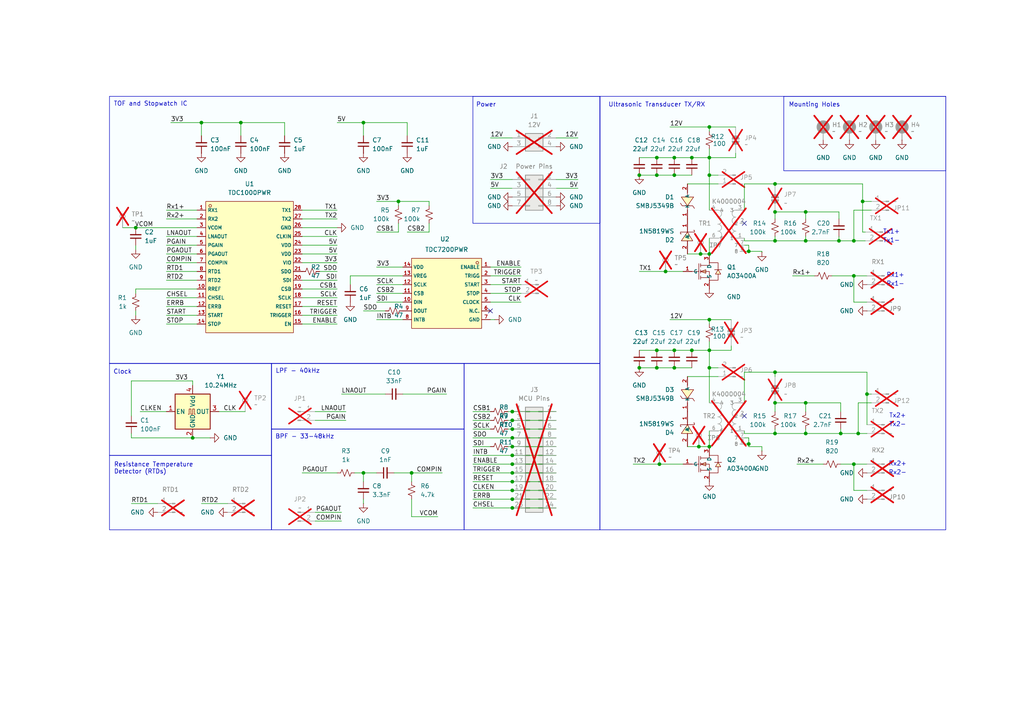
<source format=kicad_sch>
(kicad_sch (version 20250114) (generator "eeschema") (generator_version "9.0")
  (paper "A4")
  (rectangle (start 227.33 27.94) (end 274.32 49.53) (fill (type color) (color 233 251 255 0.27)))
  (rectangle (start 31.75 105.41) (end 78.74 132.08) (fill (type color) (color 233 251 255 0.27)))
  (rectangle (start 137.16 27.94) (end 173.99 64.77) (fill (type color) (color 233 251 255 0.27)))
  (rectangle (start 78.74 105.41) (end 134.62 124.46) (fill (type color) (color 233 251 255 0.27)))
  (rectangle (start 31.75 27.94) (end 173.99 105.41) (fill (type color) (color 233 251 255 0.27)))
  (rectangle (start 78.74 124.46) (end 134.62 153.67) (fill (type color) (color 233 251 255 0.27)))
  (rectangle (start 134.62 105.41) (end 173.99 153.67) (fill (type color) (color 233 251 255 0.27)))
  (rectangle (start 173.99 27.94) (end 274.32 153.67) (fill (type color) (color 233 251 255 0.27)))
  (rectangle (start 31.75 132.08) (end 78.74 153.67) (fill (type color) (color 233 251 255 0.27)))
  (text "Tx1-" (at 258.572 69.85 0) (effects (font (size 1.27 1.27))))
  (text "BPF - 33-48kHz" (at 88.392 126.746 0) (effects (font (size 1.27 1.27) (thickness 0.1588))))
  (text "Clock" (at 35.56 107.95 0) (effects (font (size 1.27 1.27) (thickness 0.1588))))
  (text "Ultrasonic Transducer TX/RX\n" (at 190.5 30.48 0) (effects (font (size 1.27 1.27) (thickness 0.1588))))
  (text "Mounting Holes" (at 236.22 30.48 0) (effects (font (size 1.27 1.27) (thickness 0.1588))))
  (text "Tx1+" (at 258.572 67.31 0) (effects (font (size 1.27 1.27))))
  (text "Rx1-" (at 259.715 82.423 0) (effects (font (size 1.27 1.27))))
  (text "TOF and Stopwatch IC" (at 43.688 30.226 0) (effects (font (size 1.27 1.27))))
  (text "Rx2-" (at 260.35 137.16 0) (effects (font (size 1.27 1.27))))
  (text "Power" (at 140.97 30.48 0) (effects (font (size 1.27 1.27) (thickness 0.1588))))
  (text "Resistance Temperature \nDetector (RTDs)" (at 33.02 135.89 0) (effects (font (size 1.27 1.27) (thickness 0.1588)) (justify left)))
  (text "LPF - 40kHz" (at 86.36 107.696 0) (effects (font (size 1.27 1.27) (thickness 0.1588))))
  (text "Tx2+" (at 260.35 120.65 0) (effects (font (size 1.27 1.27))))
  (text "Rx2+" (at 260.35 134.62 0) (effects (font (size 1.27 1.27))))
  (text "Tx2-" (at 260.35 123.19 0) (effects (font (size 1.27 1.27))))
  (text "Rx1+" (at 259.715 79.883 0) (effects (font (size 1.27 1.27))))
  (junction (at 224.79 53.34))
  (junction (at 105.41 35.56))
  (junction (at 148.59 134.62))
  (junction (at 205.74 129.54))
  (junction (at 247.65 134.62))
  (junction (at 148.59 127))
  (junction (at 148.59 132.08))
  (junction (at 195.58 50.8))
  (junction (at 205.74 36.83))
  (junction (at 193.04 78.74))
  (junction (at 148.59 144.78))
  (junction (at 200.66 45.72))
  (junction (at 224.79 69.85))
  (junction (at 243.84 125.73))
  (junction (at 190.5 101.6))
  (junction (at 148.59 139.7))
  (junction (at 115.57 58.42))
  (junction (at 205.74 50.8))
  (junction (at 148.59 129.54))
  (junction (at 190.5 50.8))
  (junction (at 217.17 128.778))
  (junction (at 243.332 69.85))
  (junction (at 250.19 58.42))
  (junction (at 148.59 119.38))
  (junction (at 105.41 137.16))
  (junction (at 205.74 73.66))
  (junction (at 191.262 134.62))
  (junction (at 119.38 137.16))
  (junction (at 148.59 147.32))
  (junction (at 148.59 121.92))
  (junction (at 202.692 129.54))
  (junction (at 148.59 124.46))
  (junction (at 224.79 116.84))
  (junction (at 190.5 106.68))
  (junction (at 195.58 106.68))
  (junction (at 233.68 61.468))
  (junction (at 205.74 92.71))
  (junction (at 233.68 69.85))
  (junction (at 203.2 73.66))
  (junction (at 195.58 101.6))
  (junction (at 200.66 101.6))
  (junction (at 148.59 142.24))
  (junction (at 247.65 69.85))
  (junction (at 190.5 45.72))
  (junction (at 55.88 127))
  (junction (at 205.74 45.72))
  (junction (at 185.42 106.68))
  (junction (at 195.58 45.72))
  (junction (at 224.79 107.95))
  (junction (at 39.37 66.04))
  (junction (at 251.46 114.3))
  (junction (at 233.68 116.84))
  (junction (at 69.85 35.56))
  (junction (at 58.42 35.56))
  (junction (at 224.79 125.73))
  (junction (at 248.92 125.73))
  (junction (at 217.17 72.898))
  (junction (at 185.42 50.8))
  (junction (at 224.79 61.468))
  (junction (at 205.74 106.68))
  (junction (at 205.74 101.6))
  (junction (at 148.59 137.16))
  (junction (at 247.65 80.01))
  (junction (at 233.68 125.73))
  (no_connect (at 215.9 64.77))
  (no_connect (at 215.9 120.65))
  (no_connect (at 142.24 90.17))
  (wire (pts (xy 48.26 68.58) (xy 57.15 68.58)))
  (wire (pts (xy 91.44 119.38) (xy 100.33 119.38)))
  (wire (pts (xy 69.85 35.56) (xy 69.85 39.37)))
  (wire (pts (xy 87.63 83.82) (xy 97.79 83.82)))
  (wire (pts (xy 191.262 134.62) (xy 198.12 134.62)))
  (wire (pts (xy 48.26 63.5) (xy 57.15 63.5)))
  (wire (pts (xy 69.85 35.56) (xy 82.55 35.56)))
  (wire (pts (xy 142.24 80.01) (xy 151.13 80.01)))
  (wire (pts (xy 148.59 124.46) (xy 161.29 124.46)))
  (wire (pts (xy 87.63 60.96) (xy 97.79 60.96)))
  (wire (pts (xy 190.5 106.68) (xy 195.58 106.68)))
  (wire (pts (xy 229.87 80.01) (xy 236.22 80.01)))
  (wire (pts (xy 92.71 78.74) (xy 97.79 78.74)))
  (wire (pts (xy 203.2 73.66) (xy 205.74 73.66)))
  (wire (pts (xy 205.74 36.83) (xy 205.74 38.1)))
  (wire (pts (xy 185.42 78.74) (xy 193.04 78.74)))
  (wire (pts (xy 205.74 50.8) (xy 208.28 50.8)))
  (wire (pts (xy 148.59 134.62) (xy 161.29 134.62)))
  (wire (pts (xy 247.65 134.62) (xy 247.65 142.24)))
  (wire (pts (xy 116.84 114.3) (xy 129.54 114.3)))
  (wire (pts (xy 224.79 124.46) (xy 224.79 125.73)))
  (wire (pts (xy 39.37 85.09) (xy 39.37 83.82)))
  (wire (pts (xy 87.63 63.5) (xy 97.79 63.5)))
  (wire (pts (xy 99.06 114.3) (xy 111.76 114.3)))
  (wire (pts (xy 215.9 53.34) (xy 215.9 60.96)))
  (wire (pts (xy 115.57 58.42) (xy 115.57 59.69)))
  (wire (pts (xy 217.17 129.54) (xy 217.17 128.778)))
  (wire (pts (xy 248.92 116.84) (xy 252.73 116.84)))
  (wire (pts (xy 215.9 53.34) (xy 224.79 53.34)))
  (wire (pts (xy 148.59 124.46) (xy 147.32 124.46)))
  (wire (pts (xy 148.59 139.7) (xy 161.29 139.7)))
  (wire (pts (xy 205.74 106.68) (xy 208.28 106.68)))
  (wire (pts (xy 151.13 85.09) (xy 142.24 85.09)))
  (wire (pts (xy 195.58 45.72) (xy 200.66 45.72)))
  (wire (pts (xy 251.46 114.3) (xy 251.46 123.19)))
  (wire (pts (xy 142.24 87.63) (xy 151.13 87.63)))
  (wire (pts (xy 39.37 83.82) (xy 57.15 83.82)))
  (wire (pts (xy 205.74 36.83) (xy 213.36 36.83)))
  (wire (pts (xy 105.41 137.16) (xy 109.22 137.16)))
  (wire (pts (xy 102.87 137.16) (xy 105.41 137.16)))
  (wire (pts (xy 243.332 69.85) (xy 247.65 69.85)))
  (wire (pts (xy 194.31 36.83) (xy 205.74 36.83)))
  (wire (pts (xy 205.74 99.06) (xy 205.74 101.6)))
  (wire (pts (xy 148.59 142.24) (xy 161.29 142.24)))
  (wire (pts (xy 118.11 35.56) (xy 118.11 39.37)))
  (wire (pts (xy 39.37 71.12) (xy 39.37 72.39)))
  (wire (pts (xy 243.332 68.58) (xy 243.332 69.85)))
  (wire (pts (xy 38.1 146.05) (xy 45.72 146.05)))
  (wire (pts (xy 243.84 124.46) (xy 243.84 125.73)))
  (wire (pts (xy 87.63 81.28) (xy 97.79 81.28)))
  (wire (pts (xy 105.41 35.56) (xy 105.41 39.37)))
  (wire (pts (xy 247.65 60.96) (xy 247.65 69.85)))
  (wire (pts (xy 39.37 90.17) (xy 39.37 91.44)))
  (wire (pts (xy 58.42 35.56) (xy 58.42 39.37)))
  (wire (pts (xy 247.65 80.01) (xy 251.46 80.01)))
  (wire (pts (xy 161.29 52.07) (xy 167.64 52.07)))
  (wire (pts (xy 101.6 80.01) (xy 116.84 80.01)))
  (wire (pts (xy 190.5 50.8) (xy 195.58 50.8)))
  (wire (pts (xy 148.59 119.38) (xy 147.32 119.38)))
  (wire (pts (xy 190.5 101.6) (xy 195.58 101.6)))
  (wire (pts (xy 148.59 147.32) (xy 161.29 147.32)))
  (wire (pts (xy 151.13 82.55) (xy 142.24 82.55)))
  (wire (pts (xy 224.79 61.468) (xy 233.68 61.468)))
  (wire (pts (xy 115.57 67.31) (xy 115.57 64.77)))
  (wire (pts (xy 127 149.86) (xy 119.38 149.86)))
  (wire (pts (xy 183.642 134.62) (xy 191.262 134.62)))
  (wire (pts (xy 243.84 125.73) (xy 248.92 125.73)))
  (wire (pts (xy 48.26 60.96) (xy 57.15 60.96)))
  (wire (pts (xy 87.63 93.98) (xy 97.79 93.98)))
  (wire (pts (xy 58.42 35.56) (xy 69.85 35.56)))
  (wire (pts (xy 193.04 78.74) (xy 198.12 78.74)))
  (wire (pts (xy 87.63 71.12) (xy 97.79 71.12)))
  (wire (pts (xy 205.74 69.088) (xy 205.74 73.66)))
  (wire (pts (xy 38.1 110.49) (xy 55.88 110.49)))
  (wire (pts (xy 109.22 92.71) (xy 116.84 92.71)))
  (wire (pts (xy 137.16 132.08) (xy 148.59 132.08)))
  (wire (pts (xy 233.68 124.46) (xy 233.68 125.73)))
  (wire (pts (xy 233.68 61.468) (xy 243.332 61.468)))
  (wire (pts (xy 119.38 149.86) (xy 119.38 144.78)))
  (wire (pts (xy 224.79 107.95) (xy 251.46 107.95)))
  (wire (pts (xy 38.1 127) (xy 55.88 127)))
  (wire (pts (xy 137.16 127) (xy 148.59 127)))
  (wire (pts (xy 116.84 77.47) (xy 109.22 77.47)))
  (wire (pts (xy 91.44 148.59) (xy 99.06 148.59)))
  (wire (pts (xy 247.65 142.24) (xy 251.46 142.24)))
  (wire (pts (xy 143.51 92.71) (xy 142.24 92.71)))
  (wire (pts (xy 233.68 116.84) (xy 243.84 116.84)))
  (wire (pts (xy 148.59 144.78) (xy 161.29 144.78)))
  (wire (pts (xy 224.79 68.58) (xy 224.79 69.85)))
  (wire (pts (xy 202.692 129.54) (xy 205.74 129.54)))
  (wire (pts (xy 48.26 73.66) (xy 57.15 73.66)))
  (wire (pts (xy 250.19 67.31) (xy 250.952 67.31)))
  (wire (pts (xy 137.16 129.54) (xy 142.24 129.54)))
  (wire (pts (xy 137.16 147.32) (xy 148.59 147.32)))
  (wire (pts (xy 114.3 137.16) (xy 119.38 137.16)))
  (wire (pts (xy 213.36 45.72) (xy 205.74 45.72)))
  (wire (pts (xy 137.16 142.24) (xy 148.59 142.24)))
  (wire (pts (xy 39.37 66.04) (xy 57.15 66.04)))
  (wire (pts (xy 199.39 109.22) (xy 208.28 109.22)))
  (wire (pts (xy 119.38 137.16) (xy 119.38 139.7)))
  (wire (pts (xy 247.65 80.01) (xy 247.65 87.63)))
  (wire (pts (xy 194.31 92.71) (xy 205.74 92.71)))
  (wire (pts (xy 215.9 69.85) (xy 224.79 69.85)))
  (wire (pts (xy 185.42 45.72) (xy 190.5 45.72)))
  (wire (pts (xy 215.9 69.85) (xy 215.9 69.088)))
  (wire (pts (xy 40.64 119.38) (xy 48.26 119.38)))
  (wire (pts (xy 55.88 110.49) (xy 55.88 111.76)))
  (wire (pts (xy 48.26 93.98) (xy 57.15 93.98)))
  (wire (pts (xy 49.53 35.56) (xy 58.42 35.56)))
  (wire (pts (xy 87.63 68.58) (xy 97.79 68.58)))
  (wire (pts (xy 220.98 73.152) (xy 220.98 72.898)))
  (wire (pts (xy 87.63 73.66) (xy 97.79 73.66)))
  (wire (pts (xy 91.44 151.13) (xy 99.06 151.13)))
  (wire (pts (xy 148.59 127) (xy 161.29 127)))
  (wire (pts (xy 161.29 40.005) (xy 167.64 40.005)))
  (wire (pts (xy 231.14 134.62) (xy 238.76 134.62)))
  (wire (pts (xy 199.39 129.54) (xy 202.692 129.54)))
  (wire (pts (xy 212.09 101.6) (xy 205.74 101.6)))
  (wire (pts (xy 224.79 69.85) (xy 233.68 69.85)))
  (wire (pts (xy 247.65 69.85) (xy 250.952 69.85)))
  (wire (pts (xy 233.68 69.85) (xy 243.332 69.85)))
  (wire (pts (xy 87.63 91.44) (xy 97.79 91.44)))
  (wire (pts (xy 205.74 92.71) (xy 205.74 93.98)))
  (wire (pts (xy 205.74 50.8) (xy 205.74 60.96)))
  (wire (pts (xy 48.26 71.12) (xy 57.15 71.12)))
  (wire (pts (xy 217.17 71.12) (xy 215.9 71.12)))
  (wire (pts (xy 105.41 90.17) (xy 111.76 90.17)))
  (wire (pts (xy 109.22 82.55) (xy 116.84 82.55)))
  (wire (pts (xy 199.39 73.66) (xy 203.2 73.66)))
  (wire (pts (xy 109.22 85.09) (xy 116.84 85.09)))
  (wire (pts (xy 241.3 80.01) (xy 247.65 80.01)))
  (wire (pts (xy 199.39 53.34) (xy 208.28 53.34)))
  (wire (pts (xy 213.36 44.45) (xy 213.36 45.72)))
  (wire (pts (xy 142.24 77.47) (xy 151.13 77.47)))
  (wire (pts (xy 248.92 116.84) (xy 248.92 125.73)))
  (wire (pts (xy 205.74 106.68) (xy 205.74 116.84)))
  (wire (pts (xy 195.58 50.8) (xy 200.66 50.8)))
  (wire (pts (xy 195.58 101.6) (xy 200.66 101.6)))
  (wire (pts (xy 124.46 58.42) (xy 124.46 59.69)))
  (wire (pts (xy 148.59 40.005) (xy 142.24 40.005)))
  (wire (pts (xy 148.59 119.38) (xy 161.29 119.38)))
  (wire (pts (xy 148.59 121.92) (xy 147.32 121.92)))
  (wire (pts (xy 101.6 80.01) (xy 101.6 82.55)))
  (wire (pts (xy 185.42 106.68) (xy 190.5 106.68)))
  (wire (pts (xy 224.79 125.73) (xy 233.68 125.73)))
  (wire (pts (xy 105.41 35.56) (xy 118.11 35.56)))
  (wire (pts (xy 137.16 137.16) (xy 148.59 137.16)))
  (wire (pts (xy 215.9 107.95) (xy 215.9 116.84)))
  (wire (pts (xy 220.98 72.898) (xy 217.17 72.898)))
  (wire (pts (xy 233.68 61.468) (xy 233.68 63.5)))
  (wire (pts (xy 233.68 116.84) (xy 233.68 119.38)))
  (wire (pts (xy 147.32 129.54) (xy 148.59 129.54)))
  (wire (pts (xy 217.17 72.898) (xy 215.9 72.898)))
  (wire (pts (xy 224.79 63.5) (xy 224.79 61.468)))
  (wire (pts (xy 205.74 92.71) (xy 212.09 92.71)))
  (wire (pts (xy 105.41 144.78) (xy 105.41 146.05)))
  (wire (pts (xy 215.9 125.73) (xy 224.79 125.73)))
  (wire (pts (xy 224.79 116.84) (xy 224.79 119.38)))
  (wire (pts (xy 200.66 101.6) (xy 205.74 101.6)))
  (wire (pts (xy 220.98 129.54) (xy 217.17 129.54)))
  (wire (pts (xy 38.1 120.65) (xy 38.1 110.49)))
  (wire (pts (xy 87.63 86.36) (xy 97.79 86.36)))
  (wire (pts (xy 215.9 125.73) (xy 215.9 124.968)))
  (wire (pts (xy 243.332 61.468) (xy 243.332 63.5)))
  (wire (pts (xy 91.44 121.92) (xy 100.33 121.92)))
  (wire (pts (xy 215.9 107.95) (xy 224.79 107.95)))
  (wire (pts (xy 38.1 125.73) (xy 38.1 127)))
  (wire (pts (xy 115.57 58.42) (xy 124.46 58.42)))
  (wire (pts (xy 185.42 101.6) (xy 190.5 101.6)))
  (wire (pts (xy 205.74 101.6) (xy 205.74 106.68)))
  (wire (pts (xy 212.09 100.33) (xy 212.09 101.6)))
  (wire (pts (xy 148.59 132.08) (xy 161.29 132.08)))
  (wire (pts (xy 87.63 137.16) (xy 97.79 137.16)))
  (wire (pts (xy 48.26 81.28) (xy 57.15 81.28)))
  (wire (pts (xy 251.46 87.63) (xy 247.65 87.63)))
  (wire (pts (xy 217.17 71.12) (xy 217.17 72.898)))
  (wire (pts (xy 217.17 128.778) (xy 215.9 128.778)))
  (wire (pts (xy 185.42 50.8) (xy 190.5 50.8)))
  (wire (pts (xy 48.26 91.44) (xy 57.15 91.44)))
  (wire (pts (xy 48.26 76.2) (xy 57.15 76.2)))
  (wire (pts (xy 97.79 66.04) (xy 87.63 66.04)))
  (wire (pts (xy 248.92 125.73) (xy 251.46 125.73)))
  (wire (pts (xy 224.79 107.95) (xy 224.79 109.22)))
  (wire (pts (xy 48.26 88.9) (xy 57.15 88.9)))
  (wire (pts (xy 109.22 87.63) (xy 116.84 87.63)))
  (wire (pts (xy 243.84 134.62) (xy 247.65 134.62)))
  (wire (pts (xy 251.46 114.3) (xy 252.73 114.3)))
  (wire (pts (xy 124.46 67.31) (xy 124.46 64.77)))
  (wire (pts (xy 48.26 78.74) (xy 57.15 78.74)))
  (wire (pts (xy 142.24 54.61) (xy 148.59 54.61)))
  (wire (pts (xy 97.79 35.56) (xy 105.41 35.56)))
  (wire (pts (xy 251.46 107.95) (xy 251.46 114.3)))
  (wire (pts (xy 220.98 130.81) (xy 220.98 129.54)))
  (wire (pts (xy 109.22 67.31) (xy 115.57 67.31)))
  (wire (pts (xy 250.19 53.34) (xy 250.19 58.42)))
  (wire (pts (xy 148.59 137.16) (xy 161.29 137.16)))
  (wire (pts (xy 205.74 43.18) (xy 205.74 45.72)))
  (wire (pts (xy 63.5 119.38) (xy 71.12 119.38)))
  (wire (pts (xy 217.17 127) (xy 215.9 127)))
  (wire (pts (xy 161.29 54.61) (xy 167.64 54.61)))
  (wire (pts (xy 252.73 60.96) (xy 247.65 60.96)))
  (wire (pts (xy 58.42 146.05) (xy 66.04 146.05)))
  (wire (pts (xy 233.68 68.58) (xy 233.68 69.85)))
  (wire (pts (xy 195.58 106.68) (xy 200.66 106.68)))
  (wire (pts (xy 35.56 66.04) (xy 39.37 66.04)))
  (wire (pts (xy 60.96 127) (xy 55.88 127)))
  (wire (pts (xy 190.5 45.72) (xy 195.58 45.72)))
  (wire (pts (xy 137.16 134.62) (xy 148.59 134.62)))
  (wire (pts (xy 224.79 53.848) (xy 224.79 53.34)))
  (wire (pts (xy 224.79 53.34) (xy 250.19 53.34)))
  (wire (pts (xy 137.16 121.92) (xy 142.24 121.92)))
  (wire (pts (xy 142.24 52.07) (xy 148.59 52.07)))
  (wire (pts (xy 250.19 58.42) (xy 252.73 58.42)))
  (wire (pts (xy 137.16 139.7) (xy 148.59 139.7)))
  (wire (pts (xy 105.41 137.16) (xy 105.41 139.7)))
  (wire (pts (xy 243.84 116.84) (xy 243.84 119.38)))
  (wire (pts (xy 148.59 121.92) (xy 161.29 121.92)))
  (wire (pts (xy 109.22 58.42) (xy 115.57 58.42)))
  (wire (pts (xy 137.16 119.38) (xy 142.24 119.38)))
  (wire (pts (xy 233.68 125.73) (xy 243.84 125.73)))
  (wire (pts (xy 224.79 116.84) (xy 233.68 116.84)))
  (wire (pts (xy 247.65 134.62) (xy 251.46 134.62)))
  (wire (pts (xy 200.66 45.72) (xy 205.74 45.72)))
  (wire (pts (xy 148.59 129.54) (xy 161.29 129.54)))
  (wire (pts (xy 119.38 137.16) (xy 128.27 137.16)))
  (wire (pts (xy 82.55 35.56) (xy 82.55 39.37)))
  (wire (pts (xy 137.16 124.46) (xy 142.24 124.46)))
  (wire (pts (xy 48.26 86.36) (xy 57.15 86.36)))
  (wire (pts (xy 205.74 124.968) (xy 205.74 129.54)))
  (wire (pts (xy 205.74 45.72) (xy 205.74 50.8)))
  (wire (pts (xy 217.17 127) (xy 217.17 128.778)))
  (wire (pts (xy 87.63 88.9) (xy 97.79 88.9)))
  (wire (pts (xy 250.19 58.42) (xy 250.19 67.31)))
  (wire (pts (xy 118.11 67.31) (xy 124.46 67.31)))
  (wire (pts (xy 87.63 76.2) (xy 97.79 76.2)))
  (wire (pts (xy 137.16 144.78) (xy 148.59 144.78)))
  (label "PGAOUT" (at 87.63 137.16 0))
  (label "LNAOUT" (at 99.06 114.3 0))
  (label "TX1" (at 185.42 78.74 0))
  (label "STOP" (at 151.13 85.09 180))
  (label "RTD2" (at 58.42 146.05 0))
  (label "5V" (at 167.64 54.61 180))
  (label "START" (at 48.26 91.44 0))
  (label "START" (at 151.13 82.55 180))
  (label "SCLK" (at 97.79 86.36 180))
  (label "SDO" (at 97.79 78.74 180))
  (label "TX2" (at 183.642 134.62 0))
  (label "5V" (at 97.79 73.66 180))
  (label "CLK" (at 151.13 87.63 180))
  (label "SDO" (at 105.41 90.17 0))
  (label "SDI" (at 109.22 87.63 0))
  (label "RTD1" (at 38.1 146.05 0))
  (label "5V" (at 97.79 71.12 180))
  (label "CLKEN" (at 40.64 119.38 0))
  (label "TRIGGER" (at 151.13 80.01 180))
  (label "TX2" (at 97.79 63.5 180))
  (label "RTD2" (at 48.26 81.28 0))
  (label "3V3" (at 49.53 35.56 0))
  (label "SCLK" (at 109.22 82.55 0))
  (label "12V" (at 194.31 36.83 0))
  (label "ENABLE" (at 151.13 77.47 180))
  (label "TRIGGER" (at 137.16 137.16 0))
  (label "3V3" (at 109.22 58.42 0))
  (label "INTB" (at 137.16 132.08 0))
  (label "SDI" (at 137.16 129.54 0))
  (label "RESET" (at 137.16 139.7 0))
  (label "Rx2+" (at 231.14 134.62 0))
  (label "PGAIN" (at 100.33 121.92 180))
  (label "CSB2" (at 118.11 67.31 0))
  (label "TX1" (at 97.79 60.96 180))
  (label "VCOM" (at 127 149.86 180))
  (label "CLK" (at 68.58 119.38 180))
  (label "12V" (at 194.31 92.71 0))
  (label "3V3" (at 97.79 76.2 180))
  (label "PGAIN" (at 48.26 71.12 0))
  (label "CLKEN" (at 137.16 142.24 0))
  (label "VCOM" (at 44.45 66.04 180))
  (label "3V3" (at 50.8 110.49 0))
  (label "12V" (at 167.64 40.005 180))
  (label "SDI" (at 97.79 81.28 180))
  (label "ENABLE" (at 137.16 134.62 0))
  (label "3V3" (at 142.24 52.07 0))
  (label "PGAOUT" (at 99.06 148.59 180))
  (label "5V" (at 142.24 54.61 0))
  (label "CHSEL" (at 48.26 86.36 0))
  (label "RTD1" (at 48.26 78.74 0))
  (label "CSB1" (at 137.16 119.38 0))
  (label "INTB" (at 109.22 92.71 0))
  (label "ERRB" (at 48.26 88.9 0))
  (label "SDO" (at 137.16 127 0))
  (label "CSB1" (at 97.79 83.82 180))
  (label "TRIGGER" (at 97.79 91.44 180))
  (label "CSB2" (at 137.16 121.92 0))
  (label "CHSEL" (at 137.16 147.32 0))
  (label "STOP" (at 48.26 93.98 0))
  (label "Rx1+" (at 229.87 80.01 0))
  (label "CSB2" (at 109.22 85.09 0))
  (label "LNAOUT" (at 48.26 68.58 0))
  (label "CLK" (at 97.79 68.58 180))
  (label "SCLK" (at 137.16 124.46 0))
  (label "5V" (at 97.79 35.56 0))
  (label "3V3" (at 109.22 77.47 0))
  (label "Rx1+" (at 48.26 60.96 0))
  (label "LNAOUT" (at 100.33 119.38 180))
  (label "ENABLE" (at 97.79 93.98 180))
  (label "COMPIN" (at 48.26 76.2 0))
  (label "COMPIN" (at 99.06 151.13 180))
  (label "PGAOUT" (at 48.26 73.66 0))
  (label "COMPIN" (at 128.27 137.16 180))
  (label "RESET" (at 97.79 88.9 180))
  (label "3V3" (at 167.64 52.07 180))
  (label "PGAIN" (at 129.54 114.3 180))
  (label "Rx2+" (at 48.26 63.5 0))
  (label "12V" (at 142.24 40.005 0))
  (label "ERRB" (at 137.16 144.78 0))
  (label "CSB1" (at 109.22 67.31 0))
  (symbol (lib_name "K4000004_1") (lib_id "TDC7200 Ultrasonic TOF Module:K4000004") (at 210.82 121.92 0) (unit 1) (in_bom no) (dnp yes)
    (property "Reference" "TR2" (at 205.74 120.65 0))
    (property "Value" "K4000004" (at 211.4014 114.3 0))
    (property "Footprint" "TDC7200 Ultrasonic TOF Module:XFMR-TH_L7.9-W7.9-P4.50_K4000004" (effects (hide yes)))
    (property "Datasheet" "http://www.prowave.com.tw/english/products/sr/transf.htm" (effects (hide yes)))
    (property "LCSC" "C9900014883" (effects (hide yes)))
  )
  (symbol (lib_id "power:GND") (at 82.55 44.45 0) (mirror y) (unit 1)
    (property "Reference" "#PWR08" (effects (hide yes)))
    (property "Value" "GND" (at 82.55 49.53 0))
    (property "Description" "Power symbol creates a global label with name \"GND\" , ground" (effects (hide yes)))
  )
  (symbol (lib_id "Device:R_Small_US") (at 119.38 142.24 0) (unit 1)
    (property "Reference" "R6" (at 121.92 140.9699 0) (effects (justify left)))
    (property "Value" "4.7k" (at 121.92 143.5099 0) (effects (justify left)))
    (property "Footprint" "Resistor_SMD:R_0603_1608Metric" (effects (hide yes)))
    (property "Description" "Resistor, small US symbol" (effects (hide yes)))
    (property "LCSC" "C23162" (effects (hide yes)))
  )
  (symbol (lib_id "Device:R_Small_US") (at 233.68 66.04 0) (mirror x) (unit 1)
    (property "Reference" "R16" (at 231.14 64.7699 0) (effects (justify right)))
    (property "Value" "100k" (at 231.14 67.3099 0) (effects (justify right)))
    (property "Footprint" "Resistor_SMD:R_1206_3216Metric" (effects (hide yes)))
    (property "Description" "Resistor, small US symbol" (effects (hide yes)))
    (property "LCSC" "C17900" (effects (hide yes)))
  )
  (symbol (lib_id "power:GND") (at 220.98 73.152 0) (unit 1)
    (property "Reference" "#PWR025" (effects (hide yes)))
    (property "Value" "GND" (at 220.98 78.232 0))
    (property "Description" "Power symbol creates a global label with name \"GND\" , ground" (effects (hide yes)))
  )
  (symbol (lib_id "Device:C_Small") (at 118.11 41.91 180) (unit 1)
    (property "Reference" "C11" (at 120.65 40.6335 0) (effects (justify right)))
    (property "Value" "1uF" (at 120.65 43.1735 0) (effects (justify right)))
    (property "Footprint" "Capacitor_SMD:C_0603_1608Metric" (effects (hide yes)))
    (property "Description" "Unpolarized capacitor, small symbol" (effects (hide yes)))
    (property "LCSC" "C15849" (effects (hide yes)))
  )
  (symbol (lib_id "Device:C_Small") (at 105.41 41.91 180) (unit 1)
    (property "Reference" "C7" (at 107.95 40.6335 0) (effects (justify right)))
    (property "Value" "100nF" (at 107.95 43.1735 0) (effects (justify right)))
    (property "Footprint" "Capacitor_SMD:C_0603_1608Metric" (effects (hide yes)))
    (property "Description" "Unpolarized capacitor, small symbol" (effects (hide yes)))
    (property "LCSC" "C14663" (effects (hide yes)))
  )
  (symbol (lib_id "power:GND") (at 39.37 91.44 0) (mirror y) (unit 1)
    (property "Reference" "#PWR02" (effects (hide yes)))
    (property "Value" "GND" (at 39.37 96.52 0))
    (property "Description" "Power symbol creates a global label with name \"GND\" , ground" (effects (hide yes)))
  )
  (symbol (lib_id "Device:R_Small_US") (at 115.57 62.23 0) (mirror x) (unit 1)
    (property "Reference" "R5" (at 113.03 60.9599 0) (effects (justify right)))
    (property "Value" "100k" (at 113.03 63.4999 0) (effects (justify right)))
    (property "Footprint" "Resistor_SMD:R_1206_3216Metric" (effects (hide yes)))
    (property "Description" "Resistor, small US symbol" (effects (hide yes)))
    (property "LCSC" "C17900" (effects (hide yes)))
  )
  (symbol (lib_id "TDC7200 Ultrasonic TOF Module:SMBJ5349B_C19077495") (at 199.39 114.3 270) (mirror x) (unit 1)
    (property "Reference" "D3" (at 195.58 113.0299 90) (effects (justify right)))
    (property "Value" "SMBJ5349B" (at 195.58 115.5699 90) (effects (justify right)))
    (property "Footprint" "TDC7200 Ultrasonic TOF Module:SMB_L4.6-W3.6-LS5.4-RD" (effects (hide yes)))
    (property "Datasheet" "https://atta.szlcsc.com/upload/public/pdf/source/20181204/C337521_8C187310035FD4D0DBA47B7414D3C1FE.pdf" (effects (hide yes)))
    (property "LCSC" "C19077495" (effects (hide yes)))
  )
  (symbol (lib_id "Device:C_Small") (at 185.42 48.26 0) (mirror x) (unit 1)
    (property "Reference" "C12" (at 187.96 40.64 0) (effects (justify right)))
    (property "Value" "22uf" (at 187.96 43.18 0) (effects (justify right)))
    (property "Footprint" "Capacitor_SMD:C_0805_2012Metric" (effects (hide yes)))
    (property "Description" "Unpolarized capacitor, small symbol" (effects (hide yes)))
    (property "LCSC" "C45783" (effects (hide yes)))
  )
  (symbol (lib_id "Connector:Conn_01x02_Pin") (at 256.54 123.19 0) (mirror y) (unit 1) (in_bom no) (dnp yes)
    (property "Reference" "TX2" (at 252.73 119.126 0) (effects (justify right)))
    (property "Value" "~" (at 257.81 125.7299 0) (effects (justify right)))
    (property "Footprint" "Connector_PinHeader_2.54mm:PinHeader_1x02_P2.54mm_Vertical" (effects (hide yes)))
    (property "Description" "Generic connector, single row, 01x02, script generated" (effects (hide yes)))
  )
  (symbol (lib_id "TDC7200 Ultrasonic TOF Module:AO3400A") (at 203.2 78.74 0) (unit 1)
    (property "Reference" "Q1" (at 210.82 77.4699 0) (effects (justify left)))
    (property "Value" "AO3400A" (at 210.82 80.0099 0) (effects (justify left)))
    (property "Footprint" "TDC7200 Ultrasonic TOF Module:SOT-23-3_L3.0-W1.7-P0.95-LS2.9-BR" (effects (hide yes)))
    (property "Datasheet" "https://www.diodes.com/assets/Package-Files/SOT23.pdf" (effects (hide yes)))
    (property "LCSC" "C20917" (effects (hide yes)))
  )
  (symbol (lib_id "power:GND") (at 39.37 72.39 0) (mirror y) (unit 1)
    (property "Reference" "#PWR01" (effects (hide yes)))
    (property "Value" "GND" (at 39.37 77.47 0))
    (property "Description" "Power symbol creates a global label with name \"GND\" , ground" (effects (hide yes)))
  )
  (symbol (lib_id "Device:R_Small_US") (at 39.37 87.63 0) (mirror x) (unit 1)
    (property "Reference" "R1" (at 36.83 86.3599 0) (effects (justify right)))
    (property "Value" "1k" (at 36.83 88.8999 0) (effects (justify right)))
    (property "Footprint" "Resistor_SMD:R_0603_1608Metric" (effects (hide yes)))
    (property "Description" "Resistor, small US symbol" (effects (hide yes)))
    (property "LCSC" "C21190" (effects (hide yes)))
  )
  (symbol (lib_id "power:GND") (at 66.04 148.59 270) (mirror x) (unit 1)
    (property "Reference" "#PWR06" (effects (hide yes)))
    (property "Value" "GND" (at 62.23 148.5899 90) (effects (justify right)))
    (property "Description" "Power symbol creates a global label with name \"GND\" , ground" (effects (hide yes)))
  )
  (symbol (lib_id "power:GND") (at 105.41 146.05 0) (mirror y) (unit 1)
    (property "Reference" "#PWR012" (effects (hide yes)))
    (property "Value" "GND" (at 105.41 151.13 0))
    (property "Description" "Power symbol creates a global label with name \"GND\" , ground" (effects (hide yes)))
  )
  (symbol (lib_id "power:GND") (at 251.46 137.16 270) (mirror x) (unit 1)
    (property "Reference" "#PWR031" (effects (hide yes)))
    (property "Value" "GND" (at 247.65 137.1599 90) (effects (justify right)))
    (property "Description" "Power symbol creates a global label with name \"GND\" , ground" (effects (hide yes)))
  )
  (symbol (lib_id "Connector:TestPoint") (at 35.56 66.04 0) (unit 1) (in_bom no) (dnp yes)
    (property "Reference" "TP1" (at 38.1 62.1029 0) (effects (justify left)))
    (property "Value" "~" (at 38.1 64.008 0) (effects (justify left)))
    (property "Footprint" "Connector_PinHeader_2.54mm:PinHeader_1x01_P2.54mm_Vertical" (effects (hide yes)))
    (property "Description" "test point" (effects (hide yes)))
  )
  (symbol (lib_id "TDC7200 Ultrasonic TOF Module:TDC7200PWR") (at 129.54 85.09 0) (mirror y) (unit 1)
    (property "Reference" "U2" (at 129.032 69.342 0))
    (property "Value" "TDC7200PWR" (at 129.54 72.39 0))
    (property "Footprint" "TDC7200 Ultrasonic TOF Module:TSSOP-14_L5.0-W4.4-P0.65-LS6.4-BL" (effects (hide yes)))
    (property "Datasheet" "https://www.ti.com/lit/ds/symlink/tdc7200.pdf?ts=1745479372255&ref_url=https%253A%252F%252Fwww.google.com%252F" (effects (hide yes)))
    (property "LCSC" "C2653139" (effects (hide yes)))
  )
  (symbol (lib_id "Jumper:SolderJumper_2_Open") (at 224.79 113.03 90) (unit 1) (in_bom no) (dnp yes)
    (property "Reference" "JP8" (at 227.33 111.7599 90) (effects (justify right)))
    (property "Value" "~" (at 227.33 114.2999 90) (effects (justify right)))
    (property "Footprint" "Jumper:SolderJumper-2_P1.3mm_Open_RoundedPad1.0x1.5mm" (effects (hide yes)))
    (property "Description" "Solder Jumper, 2-pole, open" (effects (hide yes)))
  )
  (symbol (lib_id "power:GND") (at 205.74 83.82 0) (unit 1)
    (property "Reference" "#PWR023" (effects (hide yes)))
    (property "Value" "GND" (at 212.852 86.106 0))
    (property "Description" "Power symbol creates a global label with name \"GND\" , ground" (effects (hide yes)))
  )
  (symbol (lib_id "Connector:TestPoint") (at 191.262 134.62 0) (unit 1) (in_bom no) (dnp yes)
    (property "Reference" "TP4" (at 193.802 130.6829 0) (effects (justify left)))
    (property "Value" "~" (at 193.802 132.588 0) (effects (justify left)))
    (property "Footprint" "Connector_PinHeader_2.54mm:PinHeader_1x01_P2.54mm_Vertical" (effects (hide yes)))
    (property "Description" "test point" (effects (hide yes)))
  )
  (symbol (lib_id "power:GND") (at 148.59 59.69 270) (mirror x) (unit 1)
    (property "Reference" "#PWR017" (effects (hide yes)))
    (property "Value" "GND" (at 145.415 59.6899 90) (effects (justify right)))
    (property "Description" "Power symbol creates a global label with name \"GND\" , ground" (effects (hide yes)))
  )
  (symbol (lib_id "TDC7200 Ultrasonic TOF Module:TDC1000PWR") (at 72.39 77.47 0) (unit 1)
    (property "Reference" "U1" (at 72.39 53.34 0))
    (property "Value" "TDC1000PWR" (at 72.39 55.88 0))
    (property "Footprint" "TDC7200 Ultrasonic TOF Module:TSSOP-28_L9.8-W6.6-P0.65-BL" (effects (hide yes)))
    (property "Datasheet" "https://www.ti.com/lit/ds/symlink/tdc1000.pdf?ts=1745480702116&ref_url=https%253A%252F%252Fwww.ti.com%252Fproduct%252FTDC1000" (effects (hide yes)))
    (property "LCSC" "C2653154" (effects (hide yes)))
  )
  (symbol (lib_id "Connector:Conn_01x02_Pin") (at 50.8 146.05 0) (mirror y) (unit 1) (in_bom no) (dnp yes)
    (property "Reference" "RTD1" (at 46.99 141.986 0) (effects (justify right)))
    (property "Value" "~" (at 52.07 148.5899 0) (effects (justify right)))
    (property "Footprint" "Connector_PinHeader_2.54mm:PinHeader_1x02_P2.54mm_Vertical" (effects (hide yes)))
    (property "Description" "Generic connector, single row, 01x02, script generated" (effects (hide yes)))
  )
  (symbol (lib_id "power:GND") (at 148.59 42.545 270) (mirror x) (unit 1)
    (property "Reference" "#PWR015" (effects (hide yes)))
    (property "Value" "GND" (at 145.415 42.5449 90) (effects (justify right)))
    (property "Description" "Power symbol creates a global label with name \"GND\" , ground" (effects (hide yes)))
  )
  (symbol (lib_id "Connector:Conn_01x02_Pin") (at 71.12 146.05 0) (mirror y) (unit 1) (in_bom no) (dnp yes)
    (property "Reference" "RTD2" (at 67.31 141.986 0) (effects (justify right)))
    (property "Value" "~" (at 72.39 148.5899 0) (effects (justify right)))
    (property "Footprint" "Connector_PinHeader_2.54mm:PinHeader_1x02_P2.54mm_Vertical" (effects (hide yes)))
    (property "Description" "Generic connector, single row, 01x02, script generated" (effects (hide yes)))
  )
  (symbol (lib_id "power:GND") (at 185.42 50.8 0) (unit 1)
    (property "Reference" "#PWR021" (effects (hide yes)))
    (property "Value" "GND" (at 185.42 55.88 0))
    (property "Description" "Power symbol creates a global label with name \"GND\" , ground" (effects (hide yes)))
  )
  (symbol (lib_id "Device:C_Small") (at 38.1 123.19 180) (unit 1)
    (property "Reference" "C1" (at 40.64 121.9135 0) (effects (justify right)))
    (property "Value" "100nF" (at 40.64 124.4535 0) (effects (justify right)))
    (property "Footprint" "Capacitor_SMD:C_0603_1608Metric" (effects (hide yes)))
    (property "Description" "Unpolarized capacitor, small symbol" (effects (hide yes)))
    (property "LCSC" "C14663" (effects (hide yes)))
  )
  (symbol (lib_id "Device:C_Small") (at 82.55 41.91 180) (unit 1)
    (property "Reference" "C5" (at 85.09 40.6335 0) (effects (justify right)))
    (property "Value" "1uF" (at 85.09 43.1735 0) (effects (justify right)))
    (property "Footprint" "Capacitor_SMD:C_0603_1608Metric" (effects (hide yes)))
    (property "Description" "Unpolarized capacitor, small symbol" (effects (hide yes)))
    (property "LCSC" "C15849" (effects (hide yes)))
  )
  (symbol (lib_id "TDC7200 Ultrasonic TOF Module:AO3400A") (at 203.2 134.62 0) (unit 1)
    (property "Reference" "Q2" (at 210.82 133.3499 0) (effects (justify left)))
    (property "Value" "AO3400A" (at 210.82 135.8899 0) (effects (justify left)))
    (property "Footprint" "TDC7200 Ultrasonic TOF Module:SOT-23-3_L3.0-W1.7-P0.95-LS2.9-BR" (effects (hide yes)))
    (property "Datasheet" "https://www.diodes.com/assets/Package-Files/SOT23.pdf" (effects (hide yes)))
    (property "LCSC" "C20917" (effects (hide yes)))
  )
  (symbol (lib_id "Device:R_Small_US") (at 144.78 121.92 90) (unit 1)
    (property "Reference" "R9" (at 144.78 120.65 90) (effects (justify right)))
    (property "Value" "47" (at 144.78 123.19 90) (effects (justify right)))
    (property "Footprint" "Resistor_SMD:R_0603_1608Metric" (effects (hide yes)))
    (property "Description" "Resistor, small US symbol" (effects (hide yes)))
    (property "LCSC" "C23182" (effects (hide yes)))
  )
  (symbol (lib_id "power:GND") (at 101.6 87.63 0) (mirror y) (unit 1)
    (property "Reference" "#PWR010" (effects (hide yes)))
    (property "Value" "GND" (at 101.6 92.71 0))
    (property "Description" "Power symbol creates a global label with name \"GND\" , ground" (effects (hide yes)))
  )
  (symbol (lib_id "Device:C_Small") (at 58.42 41.91 180) (unit 1)
    (property "Reference" "C3" (at 60.96 40.6335 0) (effects (justify right)))
    (property "Value" "100nF" (at 60.96 43.1735 0) (effects (justify right)))
    (property "Footprint" "Capacitor_SMD:C_0603_1608Metric" (effects (hide yes)))
    (property "Description" "Unpolarized capacitor, small symbol" (effects (hide yes)))
    (property "LCSC" "C14663" (effects (hide yes)))
  )
  (symbol (lib_id "Mechanical:MountingHole_Pad") (at 254 38.1 0) (unit 1) (in_bom no) (dnp yes)
    (property "Reference" "H3" (at 256.54 36.1949 0) (effects (justify left)))
    (property "Value" "~" (at 256.54 38.1 0) (effects (justify left)))
    (property "Footprint" "TDC7200 Ultrasonic TOF Module:MountingHole_3.2mm_M3_Pad_TopBottom" (effects (hide yes)))
    (property "Description" "Mounting Hole with connection" (effects (hide yes)))
  )
  (symbol (lib_id "power:GND") (at 161.29 57.15 90) (mirror x) (unit 1)
    (property "Reference" "#PWR019" (effects (hide yes)))
    (property "Value" "GND" (at 165.1 57.1499 90) (effects (justify right)))
    (property "Description" "Power symbol creates a global label with name \"GND\" , ground" (effects (hide yes)))
  )
  (symbol (lib_id "power:GND") (at 251.46 82.55 270) (mirror x) (unit 1)
    (property "Reference" "#PWR029" (effects (hide yes)))
    (property "Value" "GND" (at 247.65 82.5499 90) (effects (justify right)))
    (property "Description" "Power symbol creates a global label with name \"GND\" , ground" (effects (hide yes)))
  )
  (symbol (lib_id "TDC7200 Ultrasonic TOF Module:1N5819WS") (at 199.39 124.46 270) (unit 1)
    (property "Reference" "D4" (at 195.58 125.4761 90) (effects (justify right)))
    (property "Value" "1N5819WS" (at 195.58 122.9361 90) (effects (justify right)))
    (property "Footprint" "TDC7200 Ultrasonic TOF Module:SOD-323_L1.8-W1.3-LS2.5-RD" (effects (hide yes)))
    (property "Datasheet" "https://jlcpcb.com/api/file/downloadByFileSystemAccessId/8550723919347523584" (effects (hide yes)))
    (property "LCSC" "C191023" (effects (hide yes)))
  )
  (symbol (lib_id "Connector:Conn_01x02_Pin") (at 86.36 119.38 0) (unit 1) (in_bom no) (dnp yes)
    (property "Reference" "JP1" (at 86.995 115.57 0))
    (property "Value" "~" (at 86.995 118.11 0))
    (property "Footprint" "Connector_PinHeader_2.54mm:PinHeader_1x02_P2.54mm_Vertical" (effects (hide yes)))
    (property "Description" "Generic connector, single row, 01x02, script generated" (effects (hide yes)))
  )
  (symbol (lib_id "Connector:Conn_01x02_Pin") (at 86.36 148.59 0) (unit 1) (in_bom no) (dnp yes)
    (property "Reference" "JP2" (at 86.995 144.78 0))
    (property "Value" "~" (at 86.995 147.32 0))
    (property "Footprint" "Connector_PinHeader_2.54mm:PinHeader_1x02_P2.54mm_Vertical" (effects (hide yes)))
    (property "Description" "Generic connector, single row, 01x02, script generated" (effects (hide yes)))
  )
  (symbol (lib_id "Connector:Conn_01x02_Pin") (at 156.21 82.55 0) (mirror y) (unit 1) (in_bom no) (dnp yes)
    (property "Reference" "TP3" (at 155.575 78.74 0))
    (property "Value" "~" (at 155.575 81.28 0))
    (property "Footprint" "Connector_PinHeader_2.54mm:PinHeader_1x02_P2.54mm_Vertical" (effects (hide yes)))
    (property "Description" "Generic connector, single row, 01x02, script generated" (effects (hide yes)))
  )
  (symbol (lib_id "power:GND") (at 261.62 40.64 0) (mirror y) (unit 1)
    (property "Reference" "#PWR034" (effects (hide yes)))
    (property "Value" "GND" (at 261.62 45.72 0))
    (property "Description" "Power symbol creates a global label with name \"GND\" , ground" (effects (hide yes)))
  )
  (symbol (lib_id "Device:C_Small") (at 243.84 121.92 0) (mirror x) (unit 1)
    (property "Reference" "C21" (at 241.3 120.6435 0) (effects (justify right)))
    (property "Value" "2.7nF" (at 241.3 123.1835 0) (effects (justify right)))
    (property "Footprint" "Capacitor_SMD:C_1206_3216Metric" (effects (hide yes)))
    (property "Description" "Unpolarized capacitor, small symbol" (effects (hide yes)))
    (property "LCSC" "C282855" (effects (hide yes)))
  )
  (symbol (lib_id "power:GND") (at 205.74 139.7 0) (unit 1)
    (property "Reference" "#PWR024" (effects (hide yes)))
    (property "Value" "GND" (at 205.74 144.018 0))
    (property "Description" "Power symbol creates a global label with name \"GND\" , ground" (effects (hide yes)))
  )
  (symbol (lib_id "Device:C_Small") (at 69.85 41.91 180) (unit 1)
    (property "Reference" "C4" (at 72.39 40.6335 0) (effects (justify right)))
    (property "Value" "100nF" (at 72.39 43.1735 0) (effects (justify right)))
    (property "Footprint" "Capacitor_SMD:C_0603_1608Metric" (effects (hide yes)))
    (property "Description" "Unpolarized capacitor, small symbol" (effects (hide yes)))
    (property "LCSC" "C14663" (effects (hide yes)))
  )
  (symbol (lib_id "Device:C_Small") (at 114.3 114.3 90) (unit 1)
    (property "Reference" "C10" (at 114.3063 107.95 90))
    (property "Value" "33nF" (at 114.3063 110.49 90))
    (property "Footprint" "Capacitor_SMD:C_0603_1608Metric" (effects (hide yes)))
    (property "Description" "Unpolarized capacitor, small symbol" (effects (hide yes)))
    (property "LCSC" "C21117" (effects (hide yes)))
  )
  (symbol (lib_id "Device:R_Small_US") (at 238.76 80.01 90) (unit 1)
    (property "Reference" "R18" (at 238.76 73.66 90))
    (property "Value" "820" (at 238.76 76.2 90))
    (property "Footprint" "Resistor_SMD:R_0603_1608Metric" (effects (hide yes)))
    (property "Description" "Resistor, small US symbol" (effects (hide yes)))
    (property "LCSC" "C23253" (effects (hide yes)))
  )
  (symbol (lib_id "Jumper:SolderJumper_2_Open") (at 212.09 96.52 270) (unit 1) (in_bom no) (dnp yes)
    (property "Reference" "JP3" (at 214.63 95.8849 90) (effects (justify left)))
    (property "Value" "~" (at 214.63 97.79 90) (effects (justify left)))
    (property "Footprint" "Jumper:SolderJumper-2_P1.3mm_Open_RoundedPad1.0x1.5mm" (effects (hide yes)))
    (property "Description" "Solder Jumper, 2-pole, open" (effects (hide yes)))
  )
  (symbol (lib_id "Device:C_Small") (at 105.41 142.24 180) (unit 1)
    (property "Reference" "C8" (at 107.95 140.9635 0) (effects (justify right)))
    (property "Value" "3.3nF" (at 107.95 143.5035 0) (effects (justify right)))
    (property "Footprint" "Capacitor_SMD:C_0603_1608Metric" (effects (hide yes)))
    (property "Description" "Unpolarized capacitor, small symbol" (effects (hide yes)))
    (property "LCSC" "C1613" (effects (hide yes)))
  )
  (symbol (lib_id "power:GND") (at 254 40.64 0) (mirror y) (unit 1)
    (property "Reference" "#PWR033" (effects (hide yes)))
    (property "Value" "GND" (at 254 45.72 0))
    (property "Description" "Power symbol creates a global label with name \"GND\" , ground" (effects (hide yes)))
  )
  (symbol (lib_id "power:GND") (at 60.96 127 90) (mirror x) (unit 1)
    (property "Reference" "#PWR05" (effects (hide yes)))
    (property "Value" "GND" (at 64.77 126.9999 90) (effects (justify right)))
    (property "Description" "Power symbol creates a global label with name \"GND\" , ground" (effects (hide yes)))
  )
  (symbol (lib_id "power:GND") (at 251.46 144.78 270) (mirror x) (unit 1)
    (property "Reference" "#PWR032" (effects (hide yes)))
    (property "Value" "GND" (at 247.65 144.7799 90) (effects (justify right)))
    (property "Description" "Power symbol creates a global label with name \"GND\" , ground" (effects (hide yes)))
  )
  (symbol (lib_id "Device:R_Small_US") (at 144.78 119.38 90) (unit 1)
    (property "Reference" "R8" (at 144.78 118.11 90) (effects (justify right)))
    (property "Value" "47" (at 144.78 120.65 90) (effects (justify right)))
    (property "Footprint" "Resistor_SMD:R_0603_1608Metric" (effects (hide yes)))
    (property "Description" "Resistor, small US symbol" (effects (hide yes)))
    (property "LCSC" "C23182" (effects (hide yes)))
  )
  (symbol (lib_id "power:GND") (at 97.79 66.04 90) (mirror x) (unit 1)
    (property "Reference" "#PWR09" (effects (hide yes)))
    (property "Value" "GND" (at 101.6 66.0399 90) (effects (justify right)))
    (property "Description" "Power symbol creates a global label with name \"GND\" , ground" (effects (hide yes)))
  )
  (symbol (lib_id "Device:R_Small_US") (at 100.33 137.16 90) (unit 1)
    (property "Reference" "R3" (at 100.33 130.81 90))
    (property "Value" "1k" (at 100.33 133.35 90))
    (property "Footprint" "Resistor_SMD:R_0603_1608Metric" (effects (hide yes)))
    (property "Description" "Resistor, small US symbol" (effects (hide yes)))
    (property "LCSC" "C21190" (effects (hide yes)))
  )
  (symbol (lib_id "TDC7200 Ultrasonic TOF Module:SMBJ5349B_C19077495") (at 199.39 58.42 270) (mirror x) (unit 1)
    (property "Reference" "D1" (at 195.58 57.1499 90) (effects (justify right)))
    (property "Value" "SMBJ5349B" (at 195.58 59.6899 90) (effects (justify right)))
    (property "Footprint" "TDC7200 Ultrasonic TOF Module:SMB_L4.6-W3.6-LS5.4-RD" (effects (hide yes)))
    (property "Datasheet" "https://atta.szlcsc.com/upload/public/pdf/source/20181204/C337521_8C187310035FD4D0DBA47B7414D3C1FE.pdf" (effects (hide yes)))
    (property "LCSC" "C19077495" (effects (hide yes)))
  )
  (symbol (lib_id "power:GND") (at 58.42 44.45 0) (mirror y) (unit 1)
    (property "Reference" "#PWR04" (effects (hide yes)))
    (property "Value" "GND" (at 58.42 49.53 0))
    (property "Description" "Power symbol creates a global label with name \"GND\" , ground" (effects (hide yes)))
  )
  (symbol (lib_id "Connector_Generic:Conn_02x04_Odd_Even") (at 153.67 54.61 0) (unit 1) (in_bom no) (dnp yes)
    (property "Reference" "J2" (at 146.05 48.26 0))
    (property "Value" "Power Pins" (at 154.94 48.26 0))
    (property "Footprint" "Connector_PinHeader_2.54mm:PinHeader_2x04_P2.54mm_Vertical" (effects (hide yes)))
    (property "Description" "Generic connector, double row, 02x04, odd/even pin numbering scheme (row 1 odd numbers, row 2 even numbers), script generated (kicad-library-utils/schlib/autogen/connector/)" (effects (hide yes)))
  )
  (symbol (lib_id "Mechanical:MountingHole_Pad") (at 246.38 38.1 0) (unit 1) (in_bom no) (dnp yes)
    (property "Reference" "H2" (at 248.92 36.1949 0) (effects (justify left)))
    (property "Value" "~" (at 248.92 38.1 0) (effects (justify left)))
    (property "Footprint" "TDC7200 Ultrasonic TOF Module:MountingHole_3.2mm_M3_Pad_TopBottom" (effects (hide yes)))
    (property "Description" "Mounting Hole with connection" (effects (hide yes)))
  )
  (symbol (lib_id "Device:C_Small") (at 200.66 104.14 0) (mirror x) (unit 1)
    (property "Reference" "C19" (at 203.2 96.52 0) (effects (justify right)))
    (property "Value" "22uf" (at 203.2 99.06 0) (effects (justify right)))
    (property "Footprint" "Capacitor_SMD:C_0805_2012Metric" (effects (hide yes)))
    (property "Description" "Unpolarized capacitor, small symbol" (effects (hide yes)))
    (property "LCSC" "C45783" (effects (hide yes)))
  )
  (symbol (lib_id "Device:R_Small_US") (at 205.74 96.52 0) (unit 1)
    (property "Reference" "R13" (at 210.058 95.504 0) (effects (justify right)))
    (property "Value" "100" (at 210.566 97.536 0) (effects (justify right)))
    (property "Footprint" "Resistor_SMD:R_1206_3216Metric" (effects (hide yes)))
    (property "Description" "Resistor, small US symbol" (effects (hide yes)))
    (property "LCSC" "C17901" (effects (hide yes)))
  )
  (symbol (lib_id "Device:R_Small_US") (at 144.78 129.54 90) (unit 1)
    (property "Reference" "R11" (at 144.78 128.27 90) (effects (justify right)))
    (property "Value" "47" (at 144.78 130.81 90) (effects (justify right)))
    (property "Footprint" "Resistor_SMD:R_0603_1608Metric" (effects (hide yes)))
    (property "Description" "Resistor, small US symbol" (effects (hide yes)))
    (property "LCSC" "C23182" (effects (hide yes)))
  )
  (symbol (lib_id "TDC7200 Ultrasonic TOF Module:SX5M20.480M20F30TNN") (at 55.88 119.38 0) (unit 1)
    (property "Reference" "Y1" (at 64.008 109.22 0))
    (property "Value" "10.24MHz" (at 64.008 111.76 0))
    (property "Footprint" "Crystal:Crystal_SMD_3225-4Pin_3.2x2.5mm" (effects (hide yes)))
    (property "Datasheet" "https://jlcpcb.com/api/file/downloadByFileSystemAccessId/8588903158865678336" (effects (hide yes)))
    (property "Description" "±50ppm 3.3V 10.24MHz SMD3225-4P Programmable Oscillators ROHS" (effects (hide yes)))
    (property "LCSC" "C270466" (effects (hide yes)))
  )
  (symbol (lib_id "Connector:TestPoint") (at 71.12 119.38 0) (unit 1) (in_bom no) (dnp yes)
    (property "Reference" "TP2" (at 73.66 115.4429 0) (effects (justify left)))
    (property "Value" "~" (at 73.66 117.348 0) (effects (justify left)))
    (property "Footprint" "Connector_PinHeader_2.54mm:PinHeader_1x01_P2.54mm_Vertical" (effects (hide yes)))
    (property "Description" "test point" (effects (hide yes)))
  )
  (symbol (lib_id "power:GND") (at 238.76 40.64 0) (mirror y) (unit 1)
    (property "Reference" "#PWR027" (effects (hide yes)))
    (property "Value" "GND" (at 238.76 45.72 0))
    (property "Description" "Power symbol creates a global label with name \"GND\" , ground" (effects (hide yes)))
  )
  (symbol (lib_id "power:GND") (at 105.41 44.45 0) (mirror y) (unit 1)
    (property "Reference" "#PWR011" (effects (hide yes)))
    (property "Value" "GND" (at 105.41 49.53 0))
    (property "Description" "Power symbol creates a global label with name \"GND\" , ground" (effects (hide yes)))
  )
  (symbol (lib_id "Connector:Conn_01x02_Pin") (at 256.54 142.24 0) (mirror y) (unit 1) (in_bom no) (dnp yes)
    (property "Reference" "JP10" (at 257.81 144.1451 0) (effects (justify right)))
    (property "Value" "~" (at 257.81 142.24 0) (effects (justify right)))
    (property "Footprint" "Connector_PinHeader_2.54mm:PinHeader_1x02_P2.54mm_Vertical" (effects (hide yes)))
    (property "Description" "Generic connector, single row, 01x02, script generated" (effects (hide yes)))
  )
  (symbol (lib_id "power:GND") (at 148.59 57.15 270) (mirror x) (unit 1)
    (property "Reference" "#PWR016" (effects (hide yes)))
    (property "Value" "GND" (at 145.415 57.1499 90) (effects (justify right)))
    (property "Description" "Power symbol creates a global label with name \"GND\" , ground" (effects (hide yes)))
  )
  (symbol (lib_id "Device:C_Small") (at 190.5 104.14 0) (mirror x) (unit 1)
    (property "Reference" "C15" (at 193.04 96.52 0) (effects (justify right)))
    (property "Value" "22uf" (at 193.04 99.06 0) (effects (justify right)))
    (property "Footprint" "Capacitor_SMD:C_0805_2012Metric" (effects (hide yes)))
    (property "Description" "Unpolarized capacitor, small symbol" (effects (hide yes)))
    (property "LCSC" "C45783" (effects (hide yes)))
  )
  (symbol (lib_id "Device:C_Small") (at 190.5 48.26 0) (mirror x) (unit 1)
    (property "Reference" "C14" (at 193.04 40.64 0) (effects (justify right)))
    (property "Value" "22uf" (at 193.04 43.18 0) (effects (justify right)))
    (property "Footprint" "Capacitor_SMD:C_0805_2012Metric" (effects (hide yes)))
    (property "Description" "Unpolarized capacitor, small symbol" (effects (hide yes)))
    (property "LCSC" "C45783" (effects (hide yes)))
  )
  (symbol (lib_id "Device:C_Small") (at 243.332 66.04 0) (mirror x) (unit 1)
    (property "Reference" "C20" (at 240.792 64.7635 0) (effects (justify right)))
    (property "Value" "2.7nF" (at 240.792 67.3035 0) (effects (justify right)))
    (property "Footprint" "Capacitor_SMD:C_1206_3216Metric" (effects (hide yes)))
    (property "Description" "Unpolarized capacitor, small symbol" (effects (hide yes)))
    (property "LCSC" "C282855" (effects (hide yes)))
  )
  (symbol (lib_id "Device:R_Small_US") (at 224.79 121.92 0) (mirror x) (unit 1)
    (property "Reference" "R15" (at 222.25 120.6499 0) (effects (justify right)))
    (property "Value" "100k" (at 222.25 123.1899 0) (effects (justify right)))
    (property "Footprint" "Resistor_SMD:R_1206_3216Metric" (effects (hide yes)))
    (property "Description" "Resistor, small US symbol" (effects (hide yes)))
    (property "LCSC" "C17900" (effects (hide yes)))
  )
  (symbol (lib_id "Connector:TestPoint") (at 202.692 129.54 0) (unit 1) (in_bom no) (dnp yes)
    (property "Reference" "TP6" (at 205.232 127 0) (effects (justify left)))
    (property "Value" "~" (at 205.232 127.508 0) (effects (justify left)))
    (property "Footprint" "Connector_PinHeader_2.54mm:PinHeader_1x01_P2.54mm_Vertical" (effects (hide yes)))
    (property "Description" "test point" (effects (hide yes)))
  )
  (symbol (lib_id "power:GND") (at 69.85 44.45 0) (mirror y) (unit 1)
    (property "Reference" "#PWR07" (effects (hide yes)))
    (property "Value" "GND" (at 69.85 49.53 0))
    (property "Description" "Power symbol creates a global label with name \"GND\" , ground" (effects (hide yes)))
  )
  (symbol (lib_id "TDC7200 Ultrasonic TOF Module:1N5819WS") (at 199.39 68.58 270) (unit 1)
    (property "Reference" "D2" (at 195.58 69.5961 90) (effects (justify right)))
    (property "Value" "1N5819WS" (at 195.58 67.0561 90) (effects (justify right)))
    (property "Footprint" "TDC7200 Ultrasonic TOF Module:SOD-323_L1.8-W1.3-LS2.5-RD" (effects (hide yes)))
    (property "Datasheet" "https://jlcpcb.com/api/file/downloadByFileSystemAccessId/8550723919347523584" (effects (hide yes)))
    (property "LCSC" "C191023" (effects (hide yes)))
  )
  (symbol (lib_id "Device:C_Small") (at 200.66 48.26 0) (mirror x) (unit 1)
    (property "Reference" "C18" (at 203.2 40.64 0) (effects (justify right)))
    (property "Value" "22uf" (at 203.2 43.18 0) (effects (justify right)))
    (property "Footprint" "Capacitor_SMD:C_0805_2012Metric" (effects (hide yes)))
    (property "Description" "Unpolarized capacitor, small symbol" (effects (hide yes)))
    (property "LCSC" "C45783" (effects (hide yes)))
  )
  (symbol (lib_id "Device:R_Small_US") (at 144.78 124.46 90) (unit 1)
    (property "Reference" "R10" (at 144.78 123.19 90) (effects (justify right)))
    (property "Value" "47" (at 144.78 125.73 90) (effects (justify right)))
    (property "Footprint" "Resistor_SMD:R_0603_1608Metric" (effects (hide yes)))
    (property "Description" "Resistor, small US symbol" (effects (hide yes)))
    (property "LCSC" "C23182" (effects (hide yes)))
  )
  (symbol (lib_id "Connector:Conn_01x02_Pin") (at 256.54 134.62 0) (mirror y) (unit 1) (in_bom no) (dnp yes)
    (property "Reference" "RX2" (at 252.73 130.556 0) (effects (justify right)))
    (property "Value" "~" (at 257.81 137.1599 0) (effects (justify right)))
    (property "Footprint" "Connector_PinHeader_2.54mm:PinHeader_1x02_P2.54mm_Vertical" (effects (hide yes)))
    (property "Description" "Generic connector, single row, 01x02, script generated" (effects (hide yes)))
  )
  (symbol (lib_id "Connector:Conn_01x02_Pin") (at 213.36 53.34 180) (unit 1) (in_bom no) (dnp yes)
    (property "Reference" "JP5" (at 214.63 51.4349 0) (effects (justify right)))
    (property "Value" "~" (at 214.63 53.34 0) (effects (justify right)))
    (property "Footprint" "Connector_PinHeader_2.54mm:PinHeader_1x02_P2.54mm_Vertical" (effects (hide yes)))
    (property "Description" "Generic connector, single row, 01x02, script generated" (effects (hide yes)))
  )
  (symbol (lib_id "Device:R_Small_US") (at 90.17 78.74 90) (unit 1)
    (property "Reference" "R2" (at 90.17 77.47 90) (effects (justify right)))
    (property "Value" "47" (at 90.17 80.01 90) (effects (justify right)))
    (property "Footprint" "Resistor_SMD:R_0603_1608Metric" (effects (hide yes)))
    (property "Description" "Resistor, small US symbol" (effects (hide yes)))
    (property "LCSC" "C23182" (effects (hide yes)))
  )
  (symbol (lib_id "Device:R_Small_US") (at 205.74 40.64 0) (unit 1)
    (property "Reference" "R12" (at 210.058 39.624 0) (effects (justify right)))
    (property "Value" "100" (at 210.566 41.656 0) (effects (justify right)))
    (property "Footprint" "Resistor_SMD:R_1206_3216Metric" (effects (hide yes)))
    (property "Description" "Resistor, small US symbol" (effects (hide yes)))
    (property "LCSC" "C17901" (effects (hide yes)))
  )
  (symbol (lib_id "Connector:Conn_01x02_Pin") (at 256.54 80.01 0) (mirror y) (unit 1) (in_bom no) (dnp yes)
    (property "Reference" "RX1" (at 252.73 75.946 0) (effects (justify right)))
    (property "Value" "~" (at 257.81 82.5499 0) (effects (justify right)))
    (property "Footprint" "Connector_PinHeader_2.54mm:PinHeader_1x02_P2.54mm_Vertical" (effects (hide yes)))
    (property "Description" "Generic connector, single row, 01x02, script generated" (effects (hide yes)))
  )
  (symbol (lib_id "Connector:Conn_01x02_Pin") (at 256.54 87.63 0) (mirror y) (unit 1) (in_bom no) (dnp yes)
    (property "Reference" "JP9" (at 257.81 89.5351 0) (effects (justify right)))
    (property "Value" "~" (at 257.81 87.63 0) (effects (justify right)))
    (property "Footprint" "Connector_PinHeader_2.54mm:PinHeader_1x02_P2.54mm_Vertical" (effects (hide yes)))
    (property "Description" "Generic connector, single row, 01x02, script generated" (effects (hide yes)))
  )
  (symbol (lib_id "Device:C_Small") (at 195.58 104.14 0) (mirror x) (unit 1)
    (property "Reference" "C17" (at 198.12 96.52 0) (effects (justify right)))
    (property "Value" "22uf" (at 198.12 99.06 0) (effects (justify right)))
    (property "Footprint" "Capacitor_SMD:C_0805_2012Metric" (effects (hide yes)))
    (property "Description" "Unpolarized capacitor, small symbol" (effects (hide yes)))
    (property "LCSC" "C45783" (effects (hide yes)))
  )
  (symbol (lib_id "power:GND") (at 161.29 59.69 90) (mirror x) (unit 1)
    (property "Reference" "#PWR020" (effects (hide yes)))
    (property "Value" "GND" (at 165.1 59.6899 90) (effects (justify right)))
    (property "Description" "Power symbol creates a global label with name \"GND\" , ground" (effects (hide yes)))
  )
  (symbol (lib_id "Connector:Conn_01x02_Pin") (at 257.81 58.42 0) (mirror y) (unit 1) (in_bom no) (dnp yes)
    (property "Reference" "JP11" (at 259.08 60.3251 0) (effects (justify right)))
    (property "Value" "~" (at 259.08 58.42 0) (effects (justify right)))
    (property "Footprint" "Connector_PinHeader_2.54mm:PinHeader_1x02_P2.54mm_Vertical" (effects (hide yes)))
    (property "Description" "Generic connector, single row, 01x02, script generated" (effects (hide yes)))
  )
  (symbol (lib_id "power:GND") (at 251.46 90.17 270) (mirror x) (unit 1)
    (property "Reference" "#PWR030" (effects (hide yes)))
    (property "Value" "GND" (at 247.65 90.1699 90) (effects (justify right)))
    (property "Description" "Power symbol creates a global label with name \"GND\" , ground" (effects (hide yes)))
  )
  (symbol (lib_id "Mechanical:MountingHole_Pad") (at 261.62 38.1 0) (unit 1) (in_bom no) (dnp yes)
    (property "Reference" "H4" (at 264.16 36.1949 0) (effects (justify left)))
    (property "Value" "~" (at 264.16 38.1 0) (effects (justify left)))
    (property "Footprint" "TDC7200 Ultrasonic TOF Module:MountingHole_3.2mm_M3_Pad_TopBottom" (effects (hide yes)))
    (property "Description" "Mounting Hole with connection" (effects (hide yes)))
  )
  (symbol (lib_id "power:GND") (at 220.98 130.81 0) (unit 1)
    (property "Reference" "#PWR026" (effects (hide yes)))
    (property "Value" "GND" (at 220.98 135.89 0))
    (property "Description" "Power symbol creates a global label with name \"GND\" , ground" (effects (hide yes)))
  )
  (symbol (lib_id "Connector:Conn_01x02_Pin") (at 257.81 114.3 0) (mirror y) (unit 1) (in_bom no) (dnp yes)
    (property "Reference" "JP12" (at 259.08 116.2051 0) (effects (justify right)))
    (property "Value" "~" (at 259.08 114.3 0) (effects (justify right)))
    (property "Footprint" "Connector_PinHeader_2.54mm:PinHeader_1x02_P2.54mm_Vertical" (effects (hide yes)))
    (property "Description" "Generic connector, single row, 01x02, script generated" (effects (hide yes)))
  )
  (symbol (lib_id "Connector:Conn_01x02_Pin") (at 213.36 109.22 180) (unit 1) (in_bom no) (dnp yes)
    (property "Reference" "JP6" (at 214.63 107.3149 0) (effects (justify right)))
    (property "Value" "~" (at 214.63 109.22 0) (effects (justify right)))
    (property "Footprint" "Connector_PinHeader_2.54mm:PinHeader_1x02_P2.54mm_Vertical" (effects (hide yes)))
    (property "Description" "Generic connector, single row, 01x02, script generated" (effects (hide yes)))
  )
  (symbol (lib_id "power:GND") (at 161.29 42.545 90) (mirror x) (unit 1)
    (property "Reference" "#PWR018" (effects (hide yes)))
    (property "Value" "GND" (at 165.1 42.5449 90) (effects (justify right)))
    (property "Description" "Power symbol creates a global label with name \"GND\" , ground" (effects (hide yes)))
  )
  (symbol (lib_id "Connector_Generic:Conn_02x12_Odd_Even") (at 153.67 132.08 0) (unit 1) (in_bom no) (dnp yes)
    (property "Reference" "J3" (at 154.94 113.03 0))
    (property "Value" "MCU Pins" (at 154.94 115.57 0))
    (property "Footprint" "Connector_PinHeader_2.54mm:PinHeader_2x12_P2.54mm_Vertical" (effects (hide yes)))
    (property "Description" "Generic connector, double row, 02x12, odd/even pin numbering scheme (row 1 odd numbers, row 2 even numbers), script generated (kicad-library-utils/schlib/autogen/connector/)" (effects (hide yes)))
  )
  (symbol (lib_id "Jumper:SolderJumper_2_Open") (at 224.79 57.658 90) (unit 1) (in_bom no) (dnp yes)
    (property "Reference" "JP7" (at 227.33 56.3879 90) (effects (justify right)))
    (property "Value" "~" (at 227.33 58.9279 90) (effects (justify right)))
    (property "Footprint" "Jumper:SolderJumper-2_P1.3mm_Open_RoundedPad1.0x1.5mm" (effects (hide yes)))
    (property "Description" "Solder Jumper, 2-pole, open" (effects (hide yes)))
  )
  (symbol (lib_id "Connector:Conn_01x02_Pin") (at 256.032 67.31 0) (mirror y) (unit 1) (in_bom no) (dnp yes)
    (property "Reference" "TX1" (at 252.222 63.246 0) (effects (justify right)))
    (property "Value" "~" (at 257.302 69.8499 0) (effects (justify right)))
    (property "Footprint" "Connector_PinHeader_2.54mm:PinHeader_1x02_P2.54mm_Vertical" (effects (hide yes)))
    (property "Description" "Generic connector, single row, 01x02, script generated" (effects (hide yes)))
  )
  (symbol (lib_id "Device:R_Small_US") (at 114.3 90.17 90) (unit 1)
    (property "Reference" "R4" (at 114.3 88.9 90) (effects (justify right)))
    (property "Value" "47" (at 114.3 91.44 90) (effects (justify right)))
    (property "Footprint" "Resistor_SMD:R_0603_1608Metric" (effects (hide yes)))
    (property "Description" "Resistor, small US symbol" (effects (hide yes)))
    (property "LCSC" "C23182" (effects (hide yes)))
  )
  (symbol (lib_id "Device:R_Small_US") (at 241.3 134.62 90) (unit 1)
    (property "Reference" "R19" (at 241.3 128.27 90))
    (property "Value" "820" (at 241.3 130.81 90))
    (property "Footprint" "Resistor_SMD:R_0603_1608Metric" (effects (hide yes)))
    (property "Description" "Resistor, small US symbol" (effects (hide yes)))
    (property "LCSC" "C23253" (effects (hide yes)))
  )
  (symbol (lib_id "Mechanical:MountingHole_Pad") (at 238.76 38.1 0) (unit 1) (in_bom no) (dnp yes)
    (property "Reference" "H1" (at 241.3 36.1949 0) (effects (justify left)))
    (property "Value" "~" (at 241.3 38.1 0) (effects (justify left)))
    (property "Footprint" "TDC7200 Ultrasonic TOF Module:MountingHole_3.2mm_M3_Pad_TopBottom" (effects (hide yes)))
    (property "Description" "Mounting Hole with connection" (effects (hide yes)))
  )
  (symbol (lib_name "K4000004_1") (lib_id "TDC7200 Ultrasonic TOF Module:K4000004") (at 210.82 66.04 0) (unit 1) (in_bom no) (dnp yes)
    (property "Reference" "TR1" (at 204.47 64.77 0))
    (property "Value" "K4000004" (at 211.4014 58.42 0))
    (property "Footprint" "TDC7200 Ultrasonic TOF Module:XFMR-TH_L7.9-W7.9-P4.50_K4000004" (effects (hide yes)))
    (property "Datasheet" "http://www.prowave.com.tw/english/products/sr/transf.htm" (effects (hide yes)))
    (property "LCSC" "C9900014883" (effects (hide yes)))
  )
  (symbol (lib_id "Device:C_Small") (at 185.42 104.14 0) (mirror x) (unit 1)
    (property "Reference" "C13" (at 187.96 96.52 0) (effects (justify right)))
    (property "Value" "22uf" (at 187.96 99.06 0) (effects (justify right)))
    (property "Footprint" "Capacitor_SMD:C_0805_2012Metric" (effects (hide yes)))
    (property "Description" "Unpolarized capacitor, small symbol" (effects (hide yes)))
    (property "LCSC" "C45783" (effects (hide yes)))
  )
  (symbol (lib_id "Device:C_Small") (at 39.37 68.58 180) (unit 1)
    (property "Reference" "C2" (at 41.91 67.3035 0) (effects (justify right)))
    (property "Value" "1uF" (at 41.91 69.8435 0) (effects (justify right)))
    (property "Footprint" "Capacitor_SMD:C_0603_1608Metric" (effects (hide yes)))
    (property "Description" "Unpolarized capacitor, small symbol" (effects (hide yes)))
    (property "LCSC" "C15849" (effects (hide yes)))
  )
  (symbol (lib_id "power:GND") (at 185.42 106.68 0) (unit 1)
    (property "Reference" "#PWR022" (effects (hide yes)))
    (property "Value" "GND" (at 185.42 111.76 0))
    (property "Description" "Power symbol creates a global label with name \"GND\" , ground" (effects (hide yes)))
  )
  (symbol (lib_id "Device:C_Small") (at 101.6 85.09 180) (unit 1)
    (property "Reference" "C6" (at 104.14 83.8135 0) (effects (justify right)))
    (property "Value" "1uF" (at 104.14 86.3535 0) (effects (justify right)))
    (property "Footprint" "Capacitor_SMD:C_0603_1608Metric" (effects (hide yes)))
    (property "Description" "Unpolarized capacitor, small symbol" (effects (hide yes)))
    (property "LCSC" "C15849" (effects (hide yes)))
  )
  (symbol (lib_id "Device:R_Small_US") (at 233.68 121.92 0) (mirror x) (unit 1)
    (property "Reference" "R17" (at 231.14 120.6499 0) (effects (justify right)))
    (property "Value" "100k" (at 231.14 123.1899 0) (effects (justify right)))
    (property "Footprint" "Resistor_SMD:R_1206_3216Metric" (effects (hide yes)))
    (property "Description" "Resistor, small US symbol" (effects (hide yes)))
    (property "LCSC" "C17900" (effects (hide yes)))
  )
  (symbol (lib_id "Device:C_Small") (at 195.58 48.26 0) (mirror x) (unit 1)
    (property "Reference" "C16" (at 198.12 40.64 0) (effects (justify right)))
    (property "Value" "22uf" (at 198.12 43.18 0) (effects (justify right)))
    (property "Footprint" "Capacitor_SMD:C_0805_2012Metric" (effects (hide yes)))
    (property "Description" "Unpolarized capacitor, small symbol" (effects (hide yes)))
    (property "LCSC" "C45783" (effects (hide yes)))
  )
  (symbol (lib_id "power:GND") (at 246.38 40.64 0) (mirror y) (unit 1)
    (property "Reference" "#PWR028" (effects (hide yes)))
    (property "Value" "GND" (at 246.38 45.72 0))
    (property "Description" "Power symbol creates a global label with name \"GND\" , ground" (effects (hide yes)))
  )
  (symbol (lib_id "Connector:TestPoint") (at 193.04 78.74 0) (unit 1) (in_bom no) (dnp yes)
    (property "Reference" "TP5" (at 195.58 74.8029 0) (effects (justify left)))
    (property "Value" "~" (at 195.58 76.708 0) (effects (justify left)))
    (property "Footprint" "Connector_PinHeader_2.54mm:PinHeader_1x01_P2.54mm_Vertical" (effects (hide yes)))
    (property "Description" "test point" (effects (hide yes)))
  )
  (symbol (lib_id "power:GND") (at 118.11 44.45 0) (mirror y) (unit 1)
    (property "Reference" "#PWR013" (effects (hide yes)))
    (property "Value" "GND" (at 118.11 49.53 0))
    (property "Description" "Power symbol creates a global label with name \"GND\" , ground" (effects (hide yes)))
  )
  (symbol (lib_id "power:GND") (at 143.51 92.71 90) (mirror x) (unit 1)
    (property "Reference" "#PWR014" (effects (hide yes)))
    (property "Value" "GND" (at 147.32 92.7099 90) (effects (justify right)))
    (property "Description" "Power symbol creates a global label with name \"GND\" , ground" (effects (hide yes)))
  )
  (symbol (lib_id "Jumper:SolderJumper_2_Open") (at 213.36 40.64 270) (unit 1) (in_bom no) (dnp yes)
    (property "Reference" "JP4" (at 215.9 40.0049 90) (effects (justify left)))
    (property "Value" "~" (at 215.9 41.91 90) (effects (justify left)))
    (property "Footprint" "Jumper:SolderJumper-2_P1.3mm_Open_RoundedPad1.0x1.5mm" (effects (hide yes)))
    (property "Description" "Solder Jumper, 2-pole, open" (effects (hide yes)))
  )
  (symbol (lib_id "power:GND") (at 45.72 148.59 270) (mirror x) (unit 1)
    (property "Reference" "#PWR03" (effects (hide yes)))
    (property "Value" "GND" (at 41.91 148.5899 90) (effects (justify right)))
    (property "Description" "Power symbol creates a global label with name \"GND\" , ground" (effects (hide yes)))
  )
  (symbol (lib_id "Connector:TestPoint") (at 203.2 73.66 0) (unit 1) (in_bom no) (dnp yes)
    (property "Reference" "TP7" (at 205.74 71.12 0) (effects (justify left)))
    (property "Value" "~" (at 205.74 71.628 0) (effects (justify left)))
    (property "Footprint" "Connector_PinHeader_2.54mm:PinHeader_1x01_P2.54mm_Vertical" (effects (hide yes)))
    (property "Description" "test point" (effects (hide yes)))
  )
  (symbol (lib_id "Device:R_Small_US") (at 124.46 62.23 0) (mirror x) (unit 1)
    (property "Reference" "R7" (at 121.92 60.9599 0) (effects (justify right)))
    (property "Value" "100k" (at 121.92 63.4999 0) (effects (justify right)))
    (property "Footprint" "Resistor_SMD:R_1206_3216Metric" (effects (hide yes)))
    (property "Description" "Resistor, small US symbol" (effects (hide yes)))
    (property "LCSC" "C17900" (effects (hide yes)))
  )
  (symbol (lib_id "Connector_Generic:Conn_02x02_Odd_Even") (at 153.67 40.005 0) (unit 1) (in_bom no) (dnp yes)
    (property "Reference" "J1" (at 154.94 33.655 0))
    (property "Value" "12V" (at 154.94 36.195 0))
    (property "Footprint" "Connector_PinHeader_2.54mm:PinHeader_2x02_P2.54mm_Vertical" (effects (hide yes)))
    (property "Description" "Generic connector, double row, 02x02, odd/even pin numbering scheme (row 1 odd numbers, row 2 even numbers), script generated (kicad-library-utils/schlib/autogen/connector/)" (effects (hide yes)))
  )
  (symbol (lib_id "Device:C_Small") (at 111.76 137.16 90) (unit 1)
    (property "Reference" "C9" (at 111.7663 130.81 90))
    (property "Value" "1nF" (at 111.7663 133.35 90))
    (property "Footprint" "Capacitor_SMD:C_0603_1608Metric" (effects (hide yes)))
    (property "Description" "Unpolarized capacitor, small symbol" (effects (hide yes)))
    (property "LCSC" "C1588" (effects (hide yes)))
  )
  (symbol (lib_id "Device:R_Small_US") (at 224.79 66.04 0) (mirror x) (unit 1)
    (property "Reference" "R14" (at 222.25 64.7699 0) (effects (justify right)))
    (property "Value" "100k" (at 222.25 67.3099 0) (effects (justify right)))
    (property "Footprint" "Resistor_SMD:R_1206_3216Metric" (effects (hide yes)))
    (property "Description" "Resistor, small US symbol" (effects (hide yes)))
    (property "LCSC" "C17900" (effects (hide yes)))
  )
)
</source>
